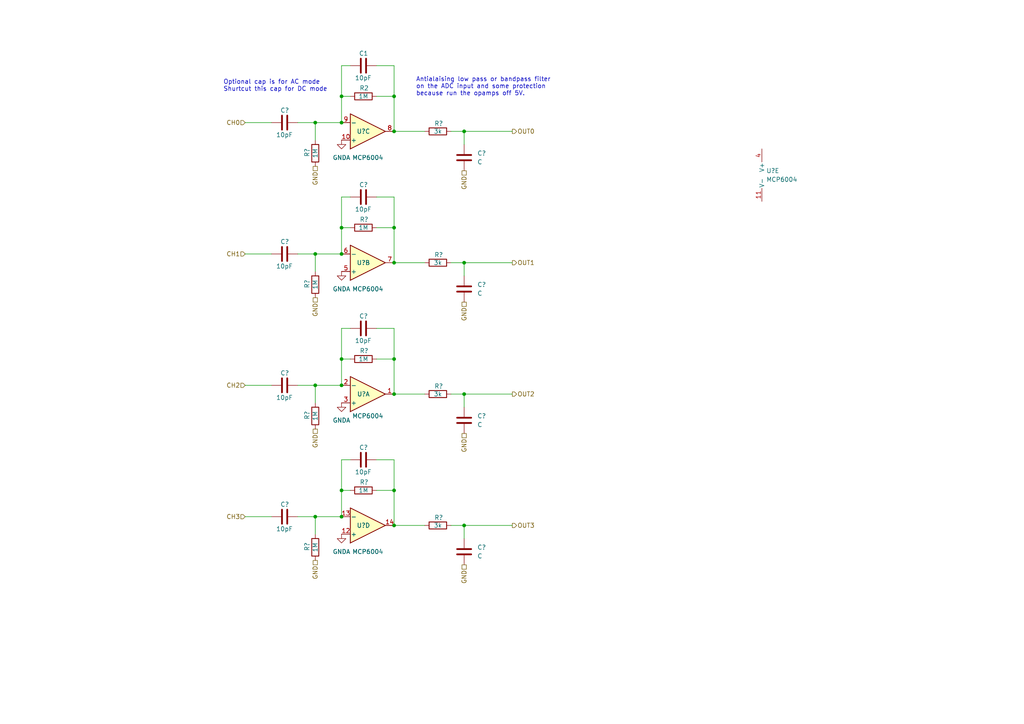
<source format=kicad_sch>
(kicad_sch (version 20211123) (generator eeschema)

  (uuid f3139bb3-a384-4a8a-a2d8-66b37728173d)

  (paper "A4")

  (lib_symbols
    (symbol "Amplifier_Operational:MCP6004" (pin_names (offset 0.127)) (in_bom yes) (on_board yes)
      (property "Reference" "U" (id 0) (at 0 5.08 0)
        (effects (font (size 1.27 1.27)) (justify left))
      )
      (property "Value" "MCP6004" (id 1) (at 0 -5.08 0)
        (effects (font (size 1.27 1.27)) (justify left))
      )
      (property "Footprint" "" (id 2) (at -1.27 2.54 0)
        (effects (font (size 1.27 1.27)) hide)
      )
      (property "Datasheet" "http://ww1.microchip.com/downloads/en/DeviceDoc/21733j.pdf" (id 3) (at 1.27 5.08 0)
        (effects (font (size 1.27 1.27)) hide)
      )
      (property "ki_locked" "" (id 4) (at 0 0 0)
        (effects (font (size 1.27 1.27)))
      )
      (property "ki_keywords" "quad opamp" (id 5) (at 0 0 0)
        (effects (font (size 1.27 1.27)) hide)
      )
      (property "ki_description" "1MHz, Low-Power Op Amp, DIP-14/SOIC-14/TSSOP-14" (id 6) (at 0 0 0)
        (effects (font (size 1.27 1.27)) hide)
      )
      (property "ki_fp_filters" "SOIC*3.9x8.7mm*P1.27mm* DIP*W7.62mm* TSSOP*4.4x5mm*P0.65mm* SSOP*5.3x6.2mm*P0.65mm* MSOP*3x3mm*P0.5mm*" (id 7) (at 0 0 0)
        (effects (font (size 1.27 1.27)) hide)
      )
      (symbol "MCP6004_1_1"
        (polyline
          (pts
            (xy -5.08 5.08)
            (xy 5.08 0)
            (xy -5.08 -5.08)
            (xy -5.08 5.08)
          )
          (stroke (width 0.254) (type default) (color 0 0 0 0))
          (fill (type background))
        )
        (pin output line (at 7.62 0 180) (length 2.54)
          (name "~" (effects (font (size 1.27 1.27))))
          (number "1" (effects (font (size 1.27 1.27))))
        )
        (pin input line (at -7.62 -2.54 0) (length 2.54)
          (name "-" (effects (font (size 1.27 1.27))))
          (number "2" (effects (font (size 1.27 1.27))))
        )
        (pin input line (at -7.62 2.54 0) (length 2.54)
          (name "+" (effects (font (size 1.27 1.27))))
          (number "3" (effects (font (size 1.27 1.27))))
        )
      )
      (symbol "MCP6004_2_1"
        (polyline
          (pts
            (xy -5.08 5.08)
            (xy 5.08 0)
            (xy -5.08 -5.08)
            (xy -5.08 5.08)
          )
          (stroke (width 0.254) (type default) (color 0 0 0 0))
          (fill (type background))
        )
        (pin input line (at -7.62 2.54 0) (length 2.54)
          (name "+" (effects (font (size 1.27 1.27))))
          (number "5" (effects (font (size 1.27 1.27))))
        )
        (pin input line (at -7.62 -2.54 0) (length 2.54)
          (name "-" (effects (font (size 1.27 1.27))))
          (number "6" (effects (font (size 1.27 1.27))))
        )
        (pin output line (at 7.62 0 180) (length 2.54)
          (name "~" (effects (font (size 1.27 1.27))))
          (number "7" (effects (font (size 1.27 1.27))))
        )
      )
      (symbol "MCP6004_3_1"
        (polyline
          (pts
            (xy -5.08 5.08)
            (xy 5.08 0)
            (xy -5.08 -5.08)
            (xy -5.08 5.08)
          )
          (stroke (width 0.254) (type default) (color 0 0 0 0))
          (fill (type background))
        )
        (pin input line (at -7.62 2.54 0) (length 2.54)
          (name "+" (effects (font (size 1.27 1.27))))
          (number "10" (effects (font (size 1.27 1.27))))
        )
        (pin output line (at 7.62 0 180) (length 2.54)
          (name "~" (effects (font (size 1.27 1.27))))
          (number "8" (effects (font (size 1.27 1.27))))
        )
        (pin input line (at -7.62 -2.54 0) (length 2.54)
          (name "-" (effects (font (size 1.27 1.27))))
          (number "9" (effects (font (size 1.27 1.27))))
        )
      )
      (symbol "MCP6004_4_1"
        (polyline
          (pts
            (xy -5.08 5.08)
            (xy 5.08 0)
            (xy -5.08 -5.08)
            (xy -5.08 5.08)
          )
          (stroke (width 0.254) (type default) (color 0 0 0 0))
          (fill (type background))
        )
        (pin input line (at -7.62 2.54 0) (length 2.54)
          (name "+" (effects (font (size 1.27 1.27))))
          (number "12" (effects (font (size 1.27 1.27))))
        )
        (pin input line (at -7.62 -2.54 0) (length 2.54)
          (name "-" (effects (font (size 1.27 1.27))))
          (number "13" (effects (font (size 1.27 1.27))))
        )
        (pin output line (at 7.62 0 180) (length 2.54)
          (name "~" (effects (font (size 1.27 1.27))))
          (number "14" (effects (font (size 1.27 1.27))))
        )
      )
      (symbol "MCP6004_5_1"
        (pin power_in line (at -2.54 -7.62 90) (length 3.81)
          (name "V-" (effects (font (size 1.27 1.27))))
          (number "11" (effects (font (size 1.27 1.27))))
        )
        (pin power_in line (at -2.54 7.62 270) (length 3.81)
          (name "V+" (effects (font (size 1.27 1.27))))
          (number "4" (effects (font (size 1.27 1.27))))
        )
      )
    )
    (symbol "Device:C" (pin_numbers hide) (pin_names (offset 0.254)) (in_bom yes) (on_board yes)
      (property "Reference" "C" (id 0) (at 0.635 2.54 0)
        (effects (font (size 1.27 1.27)) (justify left))
      )
      (property "Value" "C" (id 1) (at 0.635 -2.54 0)
        (effects (font (size 1.27 1.27)) (justify left))
      )
      (property "Footprint" "" (id 2) (at 0.9652 -3.81 0)
        (effects (font (size 1.27 1.27)) hide)
      )
      (property "Datasheet" "~" (id 3) (at 0 0 0)
        (effects (font (size 1.27 1.27)) hide)
      )
      (property "ki_keywords" "cap capacitor" (id 4) (at 0 0 0)
        (effects (font (size 1.27 1.27)) hide)
      )
      (property "ki_description" "Unpolarized capacitor" (id 5) (at 0 0 0)
        (effects (font (size 1.27 1.27)) hide)
      )
      (property "ki_fp_filters" "C_*" (id 6) (at 0 0 0)
        (effects (font (size 1.27 1.27)) hide)
      )
      (symbol "C_0_1"
        (polyline
          (pts
            (xy -2.032 -0.762)
            (xy 2.032 -0.762)
          )
          (stroke (width 0.508) (type default) (color 0 0 0 0))
          (fill (type none))
        )
        (polyline
          (pts
            (xy -2.032 0.762)
            (xy 2.032 0.762)
          )
          (stroke (width 0.508) (type default) (color 0 0 0 0))
          (fill (type none))
        )
      )
      (symbol "C_1_1"
        (pin passive line (at 0 3.81 270) (length 2.794)
          (name "~" (effects (font (size 1.27 1.27))))
          (number "1" (effects (font (size 1.27 1.27))))
        )
        (pin passive line (at 0 -3.81 90) (length 2.794)
          (name "~" (effects (font (size 1.27 1.27))))
          (number "2" (effects (font (size 1.27 1.27))))
        )
      )
    )
    (symbol "Device:R" (pin_numbers hide) (pin_names (offset 0)) (in_bom yes) (on_board yes)
      (property "Reference" "R" (id 0) (at 2.032 0 90)
        (effects (font (size 1.27 1.27)))
      )
      (property "Value" "R" (id 1) (at 0 0 90)
        (effects (font (size 1.27 1.27)))
      )
      (property "Footprint" "" (id 2) (at -1.778 0 90)
        (effects (font (size 1.27 1.27)) hide)
      )
      (property "Datasheet" "~" (id 3) (at 0 0 0)
        (effects (font (size 1.27 1.27)) hide)
      )
      (property "ki_keywords" "R res resistor" (id 4) (at 0 0 0)
        (effects (font (size 1.27 1.27)) hide)
      )
      (property "ki_description" "Resistor" (id 5) (at 0 0 0)
        (effects (font (size 1.27 1.27)) hide)
      )
      (property "ki_fp_filters" "R_*" (id 6) (at 0 0 0)
        (effects (font (size 1.27 1.27)) hide)
      )
      (symbol "R_0_1"
        (rectangle (start -1.016 -2.54) (end 1.016 2.54)
          (stroke (width 0.254) (type default) (color 0 0 0 0))
          (fill (type none))
        )
      )
      (symbol "R_1_1"
        (pin passive line (at 0 3.81 270) (length 1.27)
          (name "~" (effects (font (size 1.27 1.27))))
          (number "1" (effects (font (size 1.27 1.27))))
        )
        (pin passive line (at 0 -3.81 90) (length 1.27)
          (name "~" (effects (font (size 1.27 1.27))))
          (number "2" (effects (font (size 1.27 1.27))))
        )
      )
    )
    (symbol "power:GNDA" (power) (pin_names (offset 0)) (in_bom yes) (on_board yes)
      (property "Reference" "#PWR" (id 0) (at 0 -6.35 0)
        (effects (font (size 1.27 1.27)) hide)
      )
      (property "Value" "GNDA" (id 1) (at 0 -3.81 0)
        (effects (font (size 1.27 1.27)))
      )
      (property "Footprint" "" (id 2) (at 0 0 0)
        (effects (font (size 1.27 1.27)) hide)
      )
      (property "Datasheet" "" (id 3) (at 0 0 0)
        (effects (font (size 1.27 1.27)) hide)
      )
      (property "ki_keywords" "power-flag" (id 4) (at 0 0 0)
        (effects (font (size 1.27 1.27)) hide)
      )
      (property "ki_description" "Power symbol creates a global label with name \"GNDA\" , analog ground" (id 5) (at 0 0 0)
        (effects (font (size 1.27 1.27)) hide)
      )
      (symbol "GNDA_0_1"
        (polyline
          (pts
            (xy 0 0)
            (xy 0 -1.27)
            (xy 1.27 -1.27)
            (xy 0 -2.54)
            (xy -1.27 -1.27)
            (xy 0 -1.27)
          )
          (stroke (width 0) (type default) (color 0 0 0 0))
          (fill (type none))
        )
      )
      (symbol "GNDA_1_1"
        (pin power_in line (at 0 0 270) (length 0) hide
          (name "GNDA" (effects (font (size 1.27 1.27))))
          (number "1" (effects (font (size 1.27 1.27))))
        )
      )
    )
  )

  (junction (at 99.06 73.66) (diameter 0) (color 0 0 0 0)
    (uuid 16f5d7c1-1270-4893-a8c8-cf24c493004e)
  )
  (junction (at 91.44 73.66) (diameter 0) (color 0 0 0 0)
    (uuid 1aec009e-4c09-4bd8-bd9e-5754ec029059)
  )
  (junction (at 91.44 111.76) (diameter 0) (color 0 0 0 0)
    (uuid 2c39e7bc-b94f-4eda-b2f0-3cf27d3f5d6b)
  )
  (junction (at 114.3 76.2) (diameter 0) (color 0 0 0 0)
    (uuid 3013f825-b808-4aec-a58f-3ea881142a90)
  )
  (junction (at 134.62 38.1) (diameter 0) (color 0 0 0 0)
    (uuid 36ce4ffd-44e6-403f-b850-25c002dce5eb)
  )
  (junction (at 99.06 27.94) (diameter 0) (color 0 0 0 0)
    (uuid 3cd7d98c-ab32-42fd-9bfb-91a8497272ff)
  )
  (junction (at 134.62 114.3) (diameter 0) (color 0 0 0 0)
    (uuid 4348091e-bfdd-40bd-8621-869caa4f673b)
  )
  (junction (at 99.06 104.14) (diameter 0) (color 0 0 0 0)
    (uuid 5c7ad514-146e-40c6-806d-20c67f2eff53)
  )
  (junction (at 114.3 104.14) (diameter 0) (color 0 0 0 0)
    (uuid 5e33ec35-52e2-4c44-a5d2-2dce093a0d68)
  )
  (junction (at 114.3 142.24) (diameter 0) (color 0 0 0 0)
    (uuid 64b1dbf5-c509-44a0-b7fc-d98e073ba836)
  )
  (junction (at 99.06 149.86) (diameter 0) (color 0 0 0 0)
    (uuid 9437db2d-e0b9-4549-948a-dc38de7266d6)
  )
  (junction (at 114.3 66.04) (diameter 0) (color 0 0 0 0)
    (uuid a462fd4f-2aba-4cb2-91dc-d9db9149701f)
  )
  (junction (at 99.06 66.04) (diameter 0) (color 0 0 0 0)
    (uuid abc8a80a-559d-4ba3-b8d5-fc6208fb97a1)
  )
  (junction (at 91.44 35.56) (diameter 0) (color 0 0 0 0)
    (uuid b251c278-0a98-4328-88a3-ea55fd6ddaf7)
  )
  (junction (at 134.62 152.4) (diameter 0) (color 0 0 0 0)
    (uuid b4b24d5c-6d4a-41b7-8768-eaff54743f9d)
  )
  (junction (at 91.44 149.86) (diameter 0) (color 0 0 0 0)
    (uuid cd1320b3-f6df-429b-9276-ef24e71c5c2f)
  )
  (junction (at 99.06 111.76) (diameter 0) (color 0 0 0 0)
    (uuid e3f3c2c1-a8b9-4bb8-b4a2-a3deee71abde)
  )
  (junction (at 114.3 38.1) (diameter 0) (color 0 0 0 0)
    (uuid e7a8827d-1ef0-460c-b4d8-7d5d05df2327)
  )
  (junction (at 99.06 142.24) (diameter 0) (color 0 0 0 0)
    (uuid eaa65441-8c56-4a00-88a1-977c9212afdf)
  )
  (junction (at 114.3 114.3) (diameter 0) (color 0 0 0 0)
    (uuid eebcb4e0-407a-4395-ae5d-9fc2c0f9ec7a)
  )
  (junction (at 114.3 27.94) (diameter 0) (color 0 0 0 0)
    (uuid f36cf903-205c-4bbf-bd43-b43e133d489f)
  )
  (junction (at 134.62 76.2) (diameter 0) (color 0 0 0 0)
    (uuid f5e76b5d-d79c-417b-b320-62410ec3e56d)
  )
  (junction (at 99.06 35.56) (diameter 0) (color 0 0 0 0)
    (uuid f8315f09-a223-4010-9c0d-5a0a41bddd3d)
  )
  (junction (at 114.3 152.4) (diameter 0) (color 0 0 0 0)
    (uuid fd5da612-51fb-495c-931f-479ab51b430d)
  )

  (wire (pts (xy 114.3 95.25) (xy 114.3 104.14))
    (stroke (width 0) (type default) (color 0 0 0 0))
    (uuid 084c3ef1-e41d-4546-95bf-1c54c2a4c224)
  )
  (wire (pts (xy 99.06 95.25) (xy 99.06 104.14))
    (stroke (width 0) (type default) (color 0 0 0 0))
    (uuid 08f0748a-d346-4a33-b1eb-5c1c92ac4f05)
  )
  (wire (pts (xy 91.44 35.56) (xy 91.44 40.64))
    (stroke (width 0) (type default) (color 0 0 0 0))
    (uuid 0ae4a38e-7cb9-4212-8c82-fad3eda3e65c)
  )
  (wire (pts (xy 86.36 111.76) (xy 91.44 111.76))
    (stroke (width 0) (type default) (color 0 0 0 0))
    (uuid 0afcc8cc-9597-4653-9c31-be4433252d9c)
  )
  (wire (pts (xy 134.62 76.2) (xy 134.62 80.01))
    (stroke (width 0) (type default) (color 0 0 0 0))
    (uuid 128d734d-9d95-4d11-899f-0542bca95d9d)
  )
  (wire (pts (xy 91.44 111.76) (xy 99.06 111.76))
    (stroke (width 0) (type default) (color 0 0 0 0))
    (uuid 1fc3ec16-4f08-468e-9efc-5319a88ca1cd)
  )
  (wire (pts (xy 114.3 66.04) (xy 114.3 76.2))
    (stroke (width 0) (type default) (color 0 0 0 0))
    (uuid 2941c8cb-c9f1-4526-a627-f59289a76771)
  )
  (wire (pts (xy 134.62 114.3) (xy 134.62 118.11))
    (stroke (width 0) (type default) (color 0 0 0 0))
    (uuid 2a28a8c0-be0a-4ed8-a7f2-3a1bd1c99dcc)
  )
  (wire (pts (xy 134.62 152.4) (xy 148.59 152.4))
    (stroke (width 0) (type default) (color 0 0 0 0))
    (uuid 2c9a5bb6-92c4-4850-b920-30fc71971b63)
  )
  (wire (pts (xy 99.06 66.04) (xy 99.06 73.66))
    (stroke (width 0) (type default) (color 0 0 0 0))
    (uuid 2cd75ea9-0cd5-494a-a1e9-4a6b5e8a72df)
  )
  (wire (pts (xy 91.44 149.86) (xy 99.06 149.86))
    (stroke (width 0) (type default) (color 0 0 0 0))
    (uuid 2dd74e19-6b77-41cc-9576-c2f920edb305)
  )
  (wire (pts (xy 109.22 104.14) (xy 114.3 104.14))
    (stroke (width 0) (type default) (color 0 0 0 0))
    (uuid 321cd948-5ded-4237-adbe-327d3f9d37b6)
  )
  (wire (pts (xy 114.3 19.05) (xy 114.3 27.94))
    (stroke (width 0) (type default) (color 0 0 0 0))
    (uuid 334fc1db-4771-4fe8-a5b0-68adc2ed819d)
  )
  (wire (pts (xy 99.06 66.04) (xy 101.6 66.04))
    (stroke (width 0) (type default) (color 0 0 0 0))
    (uuid 34540a6a-b735-4bfb-b6d2-2f933573c57e)
  )
  (wire (pts (xy 134.62 38.1) (xy 148.59 38.1))
    (stroke (width 0) (type default) (color 0 0 0 0))
    (uuid 37c2d3ed-66db-4e89-becd-1429a7551b84)
  )
  (wire (pts (xy 109.22 66.04) (xy 114.3 66.04))
    (stroke (width 0) (type default) (color 0 0 0 0))
    (uuid 3875de86-fb9f-403d-a510-fdbfda07a6e5)
  )
  (wire (pts (xy 134.62 152.4) (xy 134.62 156.21))
    (stroke (width 0) (type default) (color 0 0 0 0))
    (uuid 3e35a62e-83f0-4918-a42d-81dfb9602ce4)
  )
  (wire (pts (xy 114.3 104.14) (xy 114.3 114.3))
    (stroke (width 0) (type default) (color 0 0 0 0))
    (uuid 3e9f9d5a-b274-44fe-8269-93cf2e89dacd)
  )
  (wire (pts (xy 99.06 104.14) (xy 99.06 111.76))
    (stroke (width 0) (type default) (color 0 0 0 0))
    (uuid 4388514a-1a66-42f1-8618-ee293c36b90d)
  )
  (wire (pts (xy 101.6 19.05) (xy 99.06 19.05))
    (stroke (width 0) (type default) (color 0 0 0 0))
    (uuid 46df966b-b6d3-4dbc-b015-5641b3a5eed5)
  )
  (wire (pts (xy 86.36 35.56) (xy 91.44 35.56))
    (stroke (width 0) (type default) (color 0 0 0 0))
    (uuid 476004f4-b7bd-422f-b325-c0cf6a6c4589)
  )
  (wire (pts (xy 130.81 38.1) (xy 134.62 38.1))
    (stroke (width 0) (type default) (color 0 0 0 0))
    (uuid 503ddcde-e084-4e68-ac05-a9a3a66f3b8d)
  )
  (wire (pts (xy 99.06 142.24) (xy 99.06 149.86))
    (stroke (width 0) (type default) (color 0 0 0 0))
    (uuid 58668f3d-864c-4236-a6b9-d32e6910ba5a)
  )
  (wire (pts (xy 109.22 142.24) (xy 114.3 142.24))
    (stroke (width 0) (type default) (color 0 0 0 0))
    (uuid 5da86f26-d8d0-4788-b7c6-4ce8aadaa45e)
  )
  (wire (pts (xy 71.12 149.86) (xy 78.74 149.86))
    (stroke (width 0) (type default) (color 0 0 0 0))
    (uuid 6394db13-af75-40bb-bc17-594749c1d2f7)
  )
  (wire (pts (xy 86.36 73.66) (xy 91.44 73.66))
    (stroke (width 0) (type default) (color 0 0 0 0))
    (uuid 67efc154-3404-4257-8fea-3999c2f92e46)
  )
  (wire (pts (xy 109.22 27.94) (xy 114.3 27.94))
    (stroke (width 0) (type default) (color 0 0 0 0))
    (uuid 73ba5a7b-dc4f-4dbd-b428-de4fd2571aa0)
  )
  (wire (pts (xy 134.62 76.2) (xy 148.59 76.2))
    (stroke (width 0) (type default) (color 0 0 0 0))
    (uuid 78a2e868-e4f9-4eca-be65-26190f9003e6)
  )
  (wire (pts (xy 101.6 95.25) (xy 99.06 95.25))
    (stroke (width 0) (type default) (color 0 0 0 0))
    (uuid 7bd9887b-893b-4fd7-a04b-3dff4d9a561a)
  )
  (wire (pts (xy 99.06 133.35) (xy 99.06 142.24))
    (stroke (width 0) (type default) (color 0 0 0 0))
    (uuid 7d3d6438-fd10-4bc2-8d8b-c8e1211f74c9)
  )
  (wire (pts (xy 71.12 73.66) (xy 78.74 73.66))
    (stroke (width 0) (type default) (color 0 0 0 0))
    (uuid 81730648-dccf-4951-a5f2-5dfa414e78e8)
  )
  (wire (pts (xy 99.06 142.24) (xy 101.6 142.24))
    (stroke (width 0) (type default) (color 0 0 0 0))
    (uuid 886ddf63-07ce-43cd-8db4-63d5432b55c7)
  )
  (wire (pts (xy 71.12 35.56) (xy 78.74 35.56))
    (stroke (width 0) (type default) (color 0 0 0 0))
    (uuid 8939bcf6-04c7-4823-997b-04336ec14f7d)
  )
  (wire (pts (xy 134.62 114.3) (xy 148.59 114.3))
    (stroke (width 0) (type default) (color 0 0 0 0))
    (uuid 894c7a0d-0378-418f-b9aa-e7845a743439)
  )
  (wire (pts (xy 114.3 57.15) (xy 114.3 66.04))
    (stroke (width 0) (type default) (color 0 0 0 0))
    (uuid 8ae223c0-b80a-4114-895e-ed0e15401fb0)
  )
  (wire (pts (xy 134.62 38.1) (xy 134.62 41.91))
    (stroke (width 0) (type default) (color 0 0 0 0))
    (uuid 8df3e353-126b-464d-96f1-4a03a3238bf1)
  )
  (wire (pts (xy 123.19 38.1) (xy 114.3 38.1))
    (stroke (width 0) (type default) (color 0 0 0 0))
    (uuid 920c2967-b2e1-4e39-9cc9-998377f85f07)
  )
  (wire (pts (xy 114.3 142.24) (xy 114.3 152.4))
    (stroke (width 0) (type default) (color 0 0 0 0))
    (uuid 924a7d7f-89e6-48e1-b105-d4fcffb494f3)
  )
  (wire (pts (xy 130.81 114.3) (xy 134.62 114.3))
    (stroke (width 0) (type default) (color 0 0 0 0))
    (uuid 954f7c2d-075e-494d-8d76-9b6024b7b9ac)
  )
  (wire (pts (xy 114.3 19.05) (xy 109.22 19.05))
    (stroke (width 0) (type default) (color 0 0 0 0))
    (uuid 9744c75a-0682-4ad0-a358-a179b3201c01)
  )
  (wire (pts (xy 130.81 76.2) (xy 134.62 76.2))
    (stroke (width 0) (type default) (color 0 0 0 0))
    (uuid 9fcec593-a39e-4f21-924f-dda912d3a32c)
  )
  (wire (pts (xy 101.6 57.15) (xy 99.06 57.15))
    (stroke (width 0) (type default) (color 0 0 0 0))
    (uuid a807702c-718e-4f66-a8b5-a2e8ddb0971f)
  )
  (wire (pts (xy 123.19 114.3) (xy 114.3 114.3))
    (stroke (width 0) (type default) (color 0 0 0 0))
    (uuid ab8a0e84-a201-4310-90b9-16f7aff69fd4)
  )
  (wire (pts (xy 71.12 111.76) (xy 78.74 111.76))
    (stroke (width 0) (type default) (color 0 0 0 0))
    (uuid ad81f778-d2e1-4bd7-897f-2ebe55ec1962)
  )
  (wire (pts (xy 99.06 57.15) (xy 99.06 66.04))
    (stroke (width 0) (type default) (color 0 0 0 0))
    (uuid b02a3902-43c9-4be3-9f7b-7f1de95e95cd)
  )
  (wire (pts (xy 99.06 27.94) (xy 99.06 35.56))
    (stroke (width 0) (type default) (color 0 0 0 0))
    (uuid b0e8de7e-7d86-42ea-89e8-e822a690d6d7)
  )
  (wire (pts (xy 91.44 73.66) (xy 99.06 73.66))
    (stroke (width 0) (type default) (color 0 0 0 0))
    (uuid b1bb30d4-c851-4742-8035-8a4877a08f54)
  )
  (wire (pts (xy 99.06 27.94) (xy 101.6 27.94))
    (stroke (width 0) (type default) (color 0 0 0 0))
    (uuid b1c3e8b3-db00-46d4-9b11-b42c1ef25200)
  )
  (wire (pts (xy 99.06 104.14) (xy 101.6 104.14))
    (stroke (width 0) (type default) (color 0 0 0 0))
    (uuid b8953180-875e-406a-b5f9-5a8f0ee59375)
  )
  (wire (pts (xy 86.36 149.86) (xy 91.44 149.86))
    (stroke (width 0) (type default) (color 0 0 0 0))
    (uuid bda3e694-3dfa-4747-b93b-e3e8830775fc)
  )
  (wire (pts (xy 114.3 133.35) (xy 109.22 133.35))
    (stroke (width 0) (type default) (color 0 0 0 0))
    (uuid bf1cb08a-8aad-4759-bc82-3b045f84f61f)
  )
  (wire (pts (xy 130.81 152.4) (xy 134.62 152.4))
    (stroke (width 0) (type default) (color 0 0 0 0))
    (uuid d9982bad-5995-4dc2-a9a1-86b0e2cc5f70)
  )
  (wire (pts (xy 114.3 133.35) (xy 114.3 142.24))
    (stroke (width 0) (type default) (color 0 0 0 0))
    (uuid dab66363-8126-4a4c-abe3-49e02790a171)
  )
  (wire (pts (xy 91.44 35.56) (xy 99.06 35.56))
    (stroke (width 0) (type default) (color 0 0 0 0))
    (uuid db491c12-bf55-4a98-aebf-f5930ec97958)
  )
  (wire (pts (xy 114.3 27.94) (xy 114.3 38.1))
    (stroke (width 0) (type default) (color 0 0 0 0))
    (uuid dde77578-83ed-40e2-ad82-b1f3eac15cd0)
  )
  (wire (pts (xy 123.19 152.4) (xy 114.3 152.4))
    (stroke (width 0) (type default) (color 0 0 0 0))
    (uuid e1c75408-281d-4ed6-a0b4-c34e6e34a1f8)
  )
  (wire (pts (xy 101.6 133.35) (xy 99.06 133.35))
    (stroke (width 0) (type default) (color 0 0 0 0))
    (uuid e26bb6e9-522c-4149-b1a6-1f74ea342d6c)
  )
  (wire (pts (xy 123.19 76.2) (xy 114.3 76.2))
    (stroke (width 0) (type default) (color 0 0 0 0))
    (uuid e45f3333-a6c1-4b03-86b5-43e40712a429)
  )
  (wire (pts (xy 91.44 149.86) (xy 91.44 154.94))
    (stroke (width 0) (type default) (color 0 0 0 0))
    (uuid e4aa7dd9-ff8a-421d-810e-95d554c1f24e)
  )
  (wire (pts (xy 114.3 57.15) (xy 109.22 57.15))
    (stroke (width 0) (type default) (color 0 0 0 0))
    (uuid f3b58795-e463-4de2-ac23-9f750063e15d)
  )
  (wire (pts (xy 99.06 19.05) (xy 99.06 27.94))
    (stroke (width 0) (type default) (color 0 0 0 0))
    (uuid f6301f54-75ef-46cb-bef9-f2e9c973dfdd)
  )
  (wire (pts (xy 91.44 73.66) (xy 91.44 78.74))
    (stroke (width 0) (type default) (color 0 0 0 0))
    (uuid f699078c-d6b4-43a4-a2f7-eecab3c26ca5)
  )
  (wire (pts (xy 114.3 95.25) (xy 109.22 95.25))
    (stroke (width 0) (type default) (color 0 0 0 0))
    (uuid f9a24920-85c0-42ed-93f8-901eaa99f68d)
  )
  (wire (pts (xy 91.44 111.76) (xy 91.44 116.84))
    (stroke (width 0) (type default) (color 0 0 0 0))
    (uuid ffbcf5c6-6d64-427a-8c6a-689130ed73ff)
  )

  (text "Optional cap is for AC mode\nShurtcut this cap for DC mode"
    (at 64.77 26.67 0)
    (effects (font (size 1.27 1.27)) (justify left bottom))
    (uuid a279b058-ca31-4df0-a06e-5b3ee6a91f94)
  )
  (text "Antialaising low pass or bandpass filter \non the ADC input and some protection \nbecause run the opamps off 5V.  "
    (at 120.65 27.94 0)
    (effects (font (size 1.27 1.27)) (justify left bottom))
    (uuid d8409c59-78e9-422c-8c08-92a65da5a3ed)
  )

  (hierarchical_label "GND" (shape passive) (at 91.44 86.36 270)
    (effects (font (size 1.27 1.27)) (justify right))
    (uuid 0de43ce8-ac8c-4916-ba3d-6d1ed0fe3f8d)
  )
  (hierarchical_label "CH3" (shape input) (at 71.12 149.86 180)
    (effects (font (size 1.27 1.27)) (justify right))
    (uuid 140eccbe-f877-428b-ad0a-e8d9508eb0e1)
  )
  (hierarchical_label "GND" (shape passive) (at 134.62 49.53 270)
    (effects (font (size 1.27 1.27)) (justify right))
    (uuid 15d1794f-8724-4fac-84fb-ac1b89bdcfee)
  )
  (hierarchical_label "GND" (shape passive) (at 91.44 124.46 270)
    (effects (font (size 1.27 1.27)) (justify right))
    (uuid 1b199576-3f2c-4e88-8f78-33cac1a2b47e)
  )
  (hierarchical_label "CH2" (shape input) (at 71.12 111.76 180)
    (effects (font (size 1.27 1.27)) (justify right))
    (uuid 2fa25871-4789-45f2-800a-b23cbb73b20f)
  )
  (hierarchical_label "GND" (shape passive) (at 91.44 48.26 270)
    (effects (font (size 1.27 1.27)) (justify right))
    (uuid 3441b35a-16c6-42ce-b75b-6d7cceee8edb)
  )
  (hierarchical_label "GND" (shape passive) (at 134.62 87.63 270)
    (effects (font (size 1.27 1.27)) (justify right))
    (uuid 3dcfa5de-64a9-4753-a00a-698ab2887bc5)
  )
  (hierarchical_label "GND" (shape passive) (at 134.62 125.73 270)
    (effects (font (size 1.27 1.27)) (justify right))
    (uuid 3ffe073f-f769-4e1d-bb7a-5e027a15e7fd)
  )
  (hierarchical_label "CH1" (shape input) (at 71.12 73.66 180)
    (effects (font (size 1.27 1.27)) (justify right))
    (uuid 7111b255-438c-419d-a988-b39cce72b4e3)
  )
  (hierarchical_label "OUT2" (shape output) (at 148.59 114.3 0)
    (effects (font (size 1.27 1.27)) (justify left))
    (uuid 75b26765-ca1c-4321-bcab-2e84ee565ebb)
  )
  (hierarchical_label "OUT3" (shape output) (at 148.59 152.4 0)
    (effects (font (size 1.27 1.27)) (justify left))
    (uuid 83047314-6493-4ebe-abb0-1cdbd7f29a5b)
  )
  (hierarchical_label "GND" (shape passive) (at 134.62 163.83 270)
    (effects (font (size 1.27 1.27)) (justify right))
    (uuid 9df37604-99ff-4726-9141-d6be9e72906c)
  )
  (hierarchical_label "OUT1" (shape output) (at 148.59 76.2 0)
    (effects (font (size 1.27 1.27)) (justify left))
    (uuid d1761cef-d7cb-4a42-9a12-47b4db12f002)
  )
  (hierarchical_label "CH0" (shape input) (at 71.12 35.56 180)
    (effects (font (size 1.27 1.27)) (justify right))
    (uuid d72946c5-bb62-4769-acb3-9edd864a05f9)
  )
  (hierarchical_label "GND" (shape passive) (at 91.44 162.56 270)
    (effects (font (size 1.27 1.27)) (justify right))
    (uuid e4ce949c-acd3-41c0-b700-2011847f6535)
  )
  (hierarchical_label "OUT0" (shape output) (at 148.59 38.1 0)
    (effects (font (size 1.27 1.27)) (justify left))
    (uuid fd5b9a31-3787-4544-b4be-942343e6801d)
  )

  (symbol (lib_id "Device:R") (at 127 76.2 270) (unit 1)
    (in_bom yes) (on_board yes)
    (uuid 117d2ead-cdf2-43f9-b0d3-d1667f463bcc)
    (property "Reference" "R?" (id 0) (at 127.254 73.914 90))
    (property "Value" "3k" (id 1) (at 127 76.2 90))
    (property "Footprint" "" (id 2) (at 127 74.422 90)
      (effects (font (size 1.27 1.27)) hide)
    )
    (property "Datasheet" "~" (id 3) (at 127 76.2 0)
      (effects (font (size 1.27 1.27)) hide)
    )
    (pin "1" (uuid 193f28b6-06a9-4c34-b495-9761606965fe))
    (pin "2" (uuid 4d9e7aed-2925-4c0b-89b2-a33c90a4aace))
  )

  (symbol (lib_id "Device:R") (at 91.44 120.65 180) (unit 1)
    (in_bom yes) (on_board yes)
    (uuid 11f69386-f2fb-4aa3-8791-d90ecd337bb8)
    (property "Reference" "R?" (id 0) (at 89.0524 120.4468 90))
    (property "Value" "1M" (id 1) (at 91.44 120.65 90))
    (property "Footprint" "" (id 2) (at 93.218 120.65 90)
      (effects (font (size 1.27 1.27)) hide)
    )
    (property "Datasheet" "~" (id 3) (at 91.44 120.65 0)
      (effects (font (size 1.27 1.27)) hide)
    )
    (pin "1" (uuid b23cf80f-7366-4038-a262-4a54717a5415))
    (pin "2" (uuid e443f0a8-223a-4934-80c3-9665b38118e3))
  )

  (symbol (lib_id "Device:C") (at 82.55 73.66 90) (unit 1)
    (in_bom yes) (on_board yes)
    (uuid 13cd5b01-2fef-4e97-ae28-e70d6d0b6732)
    (property "Reference" "C?" (id 0) (at 82.6008 70.104 90))
    (property "Value" "10pF" (id 1) (at 82.4992 77.216 90))
    (property "Footprint" "" (id 2) (at 86.36 72.6948 0)
      (effects (font (size 1.27 1.27)) hide)
    )
    (property "Datasheet" "~" (id 3) (at 82.55 73.66 0)
      (effects (font (size 1.27 1.27)) hide)
    )
    (pin "1" (uuid 00eb93e6-ea3e-42ec-af1f-ba048551fa57))
    (pin "2" (uuid a255849f-8800-49ee-9c9d-c02c38314c7b))
  )

  (symbol (lib_id "Device:C") (at 82.55 111.76 90) (unit 1)
    (in_bom yes) (on_board yes)
    (uuid 1a3f3bac-078b-4edf-a29a-65fafcc7c019)
    (property "Reference" "C?" (id 0) (at 82.6008 108.204 90))
    (property "Value" "10pF" (id 1) (at 82.4992 115.316 90))
    (property "Footprint" "" (id 2) (at 86.36 110.7948 0)
      (effects (font (size 1.27 1.27)) hide)
    )
    (property "Datasheet" "~" (id 3) (at 82.55 111.76 0)
      (effects (font (size 1.27 1.27)) hide)
    )
    (pin "1" (uuid 0351ffc2-a2b4-4225-97e1-e7a6cbf05bfc))
    (pin "2" (uuid 1ea0a777-76a3-489e-81b5-bb9426cc9614))
  )

  (symbol (lib_id "Device:R") (at 91.44 44.45 180) (unit 1)
    (in_bom yes) (on_board yes)
    (uuid 1c37d510-6e90-4764-afae-b68606f1d2b4)
    (property "Reference" "R?" (id 0) (at 89.0524 44.2468 90))
    (property "Value" "1M" (id 1) (at 91.44 44.45 90))
    (property "Footprint" "" (id 2) (at 93.218 44.45 90)
      (effects (font (size 1.27 1.27)) hide)
    )
    (property "Datasheet" "~" (id 3) (at 91.44 44.45 0)
      (effects (font (size 1.27 1.27)) hide)
    )
    (pin "1" (uuid b75431ee-792c-42c3-a747-ced6dd86c8fc))
    (pin "2" (uuid dbfabf46-2e65-4e8c-b4d9-8e35f2512b22))
  )

  (symbol (lib_id "Device:C") (at 134.62 160.02 0) (unit 1)
    (in_bom yes) (on_board yes) (fields_autoplaced)
    (uuid 207f661f-d73e-47fc-ab01-214b3f2999fb)
    (property "Reference" "C?" (id 0) (at 138.43 158.7499 0)
      (effects (font (size 1.27 1.27)) (justify left))
    )
    (property "Value" "C" (id 1) (at 138.43 161.2899 0)
      (effects (font (size 1.27 1.27)) (justify left))
    )
    (property "Footprint" "" (id 2) (at 135.5852 163.83 0)
      (effects (font (size 1.27 1.27)) hide)
    )
    (property "Datasheet" "~" (id 3) (at 134.62 160.02 0)
      (effects (font (size 1.27 1.27)) hide)
    )
    (pin "1" (uuid 328ab1ac-2128-4c1f-82e2-92cfe82dcff5))
    (pin "2" (uuid a402eb0e-6863-480c-9ba8-e0ef63865911))
  )

  (symbol (lib_id "Device:C") (at 134.62 83.82 0) (unit 1)
    (in_bom yes) (on_board yes) (fields_autoplaced)
    (uuid 21a5e60c-8406-4450-ab4e-6a625c015526)
    (property "Reference" "C?" (id 0) (at 138.43 82.5499 0)
      (effects (font (size 1.27 1.27)) (justify left))
    )
    (property "Value" "C" (id 1) (at 138.43 85.0899 0)
      (effects (font (size 1.27 1.27)) (justify left))
    )
    (property "Footprint" "" (id 2) (at 135.5852 87.63 0)
      (effects (font (size 1.27 1.27)) hide)
    )
    (property "Datasheet" "~" (id 3) (at 134.62 83.82 0)
      (effects (font (size 1.27 1.27)) hide)
    )
    (pin "1" (uuid 4ad82574-2113-49f6-8368-1d8f09d6c067))
    (pin "2" (uuid 66aa50a8-b83a-4775-a911-e8c02871051f))
  )

  (symbol (lib_id "Device:C") (at 134.62 45.72 0) (unit 1)
    (in_bom yes) (on_board yes) (fields_autoplaced)
    (uuid 2dcc370e-30a3-41cc-b9c0-df3ec1c05a0f)
    (property "Reference" "C?" (id 0) (at 138.43 44.4499 0)
      (effects (font (size 1.27 1.27)) (justify left))
    )
    (property "Value" "C" (id 1) (at 138.43 46.9899 0)
      (effects (font (size 1.27 1.27)) (justify left))
    )
    (property "Footprint" "" (id 2) (at 135.5852 49.53 0)
      (effects (font (size 1.27 1.27)) hide)
    )
    (property "Datasheet" "~" (id 3) (at 134.62 45.72 0)
      (effects (font (size 1.27 1.27)) hide)
    )
    (pin "1" (uuid 2ef35f48-4fc9-4ae2-b410-3317eb45a20e))
    (pin "2" (uuid 34cdff36-bcbd-4959-95fb-3149ddc51157))
  )

  (symbol (lib_id "Device:C") (at 82.55 149.86 90) (unit 1)
    (in_bom yes) (on_board yes)
    (uuid 2ec77bab-2ef4-458e-8010-aabad1c15cd7)
    (property "Reference" "C?" (id 0) (at 82.6008 146.304 90))
    (property "Value" "10pF" (id 1) (at 82.4992 153.416 90))
    (property "Footprint" "" (id 2) (at 86.36 148.8948 0)
      (effects (font (size 1.27 1.27)) hide)
    )
    (property "Datasheet" "~" (id 3) (at 82.55 149.86 0)
      (effects (font (size 1.27 1.27)) hide)
    )
    (pin "1" (uuid 0d78033c-35c2-44df-8750-f602af87e916))
    (pin "2" (uuid adfca178-41bc-4631-826a-9a1346056b5f))
  )

  (symbol (lib_id "Device:R") (at 105.41 66.04 90) (unit 1)
    (in_bom yes) (on_board yes)
    (uuid 352e26d3-02a7-4d66-9146-c54dea466cac)
    (property "Reference" "R?" (id 0) (at 105.6132 63.6524 90))
    (property "Value" "1M" (id 1) (at 105.41 66.04 90))
    (property "Footprint" "" (id 2) (at 105.41 67.818 90)
      (effects (font (size 1.27 1.27)) hide)
    )
    (property "Datasheet" "~" (id 3) (at 105.41 66.04 0)
      (effects (font (size 1.27 1.27)) hide)
    )
    (pin "1" (uuid 043f71b7-0c31-42cb-98e1-71db1a0e588c))
    (pin "2" (uuid 1bfe6d11-e496-4eee-aba9-9a140ad39653))
  )

  (symbol (lib_id "Device:C") (at 105.41 19.05 90) (unit 1)
    (in_bom yes) (on_board yes)
    (uuid 36f20f2b-df3d-4bc7-a369-fb3ef715bff8)
    (property "Reference" "C1" (id 0) (at 105.4608 15.494 90))
    (property "Value" "10pF" (id 1) (at 105.3592 22.606 90))
    (property "Footprint" "" (id 2) (at 109.22 18.0848 0)
      (effects (font (size 1.27 1.27)) hide)
    )
    (property "Datasheet" "~" (id 3) (at 105.41 19.05 0)
      (effects (font (size 1.27 1.27)) hide)
    )
    (pin "1" (uuid 4723d0ae-4b1b-4e98-9c06-2cf2f243b33c))
    (pin "2" (uuid 94590c1b-7255-4f90-a4d6-aeab077c41cc))
  )

  (symbol (lib_id "Device:R") (at 105.41 142.24 90) (unit 1)
    (in_bom yes) (on_board yes)
    (uuid 5536cb17-947d-473d-bb16-1b266ce091d8)
    (property "Reference" "R?" (id 0) (at 105.6132 139.8524 90))
    (property "Value" "1M" (id 1) (at 105.41 142.24 90))
    (property "Footprint" "" (id 2) (at 105.41 144.018 90)
      (effects (font (size 1.27 1.27)) hide)
    )
    (property "Datasheet" "~" (id 3) (at 105.41 142.24 0)
      (effects (font (size 1.27 1.27)) hide)
    )
    (pin "1" (uuid 5f931a94-f55d-4b4f-a240-0cf2bba4c0a3))
    (pin "2" (uuid 903495d4-573a-4a9e-ab87-da16f5bedfd1))
  )

  (symbol (lib_id "power:GNDA") (at 99.06 154.94 0) (unit 1)
    (in_bom yes) (on_board yes) (fields_autoplaced)
    (uuid 6e013f0b-5d28-4d2f-9692-bfdc399d76f0)
    (property "Reference" "#PWR?" (id 0) (at 99.06 161.29 0)
      (effects (font (size 1.27 1.27)) hide)
    )
    (property "Value" "GNDA" (id 1) (at 99.06 160.02 0))
    (property "Footprint" "" (id 2) (at 99.06 154.94 0)
      (effects (font (size 1.27 1.27)) hide)
    )
    (property "Datasheet" "" (id 3) (at 99.06 154.94 0)
      (effects (font (size 1.27 1.27)) hide)
    )
    (pin "1" (uuid d829c711-df8f-41c4-9f35-65ea897ebf3d))
  )

  (symbol (lib_id "power:GNDA") (at 99.06 116.84 0) (unit 1)
    (in_bom yes) (on_board yes) (fields_autoplaced)
    (uuid 6e2504fe-067b-4211-85c5-c66736eb4510)
    (property "Reference" "#PWR?" (id 0) (at 99.06 123.19 0)
      (effects (font (size 1.27 1.27)) hide)
    )
    (property "Value" "GNDA" (id 1) (at 99.06 121.92 0))
    (property "Footprint" "" (id 2) (at 99.06 116.84 0)
      (effects (font (size 1.27 1.27)) hide)
    )
    (property "Datasheet" "" (id 3) (at 99.06 116.84 0)
      (effects (font (size 1.27 1.27)) hide)
    )
    (pin "1" (uuid e22d8112-a3e9-4067-bca4-10d8bec9ecc1))
  )

  (symbol (lib_id "Device:R") (at 91.44 158.75 180) (unit 1)
    (in_bom yes) (on_board yes)
    (uuid 7479990d-c0e4-4f93-9007-988af156a92b)
    (property "Reference" "R?" (id 0) (at 89.0524 158.5468 90))
    (property "Value" "1M" (id 1) (at 91.44 158.75 90))
    (property "Footprint" "" (id 2) (at 93.218 158.75 90)
      (effects (font (size 1.27 1.27)) hide)
    )
    (property "Datasheet" "~" (id 3) (at 91.44 158.75 0)
      (effects (font (size 1.27 1.27)) hide)
    )
    (pin "1" (uuid d51236f4-8a49-4814-b709-f66db0c3764e))
    (pin "2" (uuid 51ae243b-3e29-42b3-9b3e-d3ee17344851))
  )

  (symbol (lib_id "Device:R") (at 127 114.3 270) (unit 1)
    (in_bom yes) (on_board yes)
    (uuid 89f13ea3-6d52-4bec-b5b8-a7c692bdb93c)
    (property "Reference" "R?" (id 0) (at 127.254 112.014 90))
    (property "Value" "3k" (id 1) (at 127 114.3 90))
    (property "Footprint" "" (id 2) (at 127 112.522 90)
      (effects (font (size 1.27 1.27)) hide)
    )
    (property "Datasheet" "~" (id 3) (at 127 114.3 0)
      (effects (font (size 1.27 1.27)) hide)
    )
    (pin "1" (uuid 9f3269af-0052-425d-a694-f9787e28d212))
    (pin "2" (uuid 87bcaded-1c0d-47e3-b2c8-39cc24778a47))
  )

  (symbol (lib_id "Device:R") (at 105.41 27.94 90) (unit 1)
    (in_bom yes) (on_board yes)
    (uuid 9ad7de90-dad3-4363-82ad-815ad6c8684b)
    (property "Reference" "R2" (id 0) (at 105.6132 25.5524 90))
    (property "Value" "1M" (id 1) (at 105.41 27.94 90))
    (property "Footprint" "" (id 2) (at 105.41 29.718 90)
      (effects (font (size 1.27 1.27)) hide)
    )
    (property "Datasheet" "~" (id 3) (at 105.41 27.94 0)
      (effects (font (size 1.27 1.27)) hide)
    )
    (pin "1" (uuid 6d50f53f-f276-4af7-a1fd-2243c2b81c86))
    (pin "2" (uuid 3041fba3-2113-4c52-b51d-a7beda1df2fa))
  )

  (symbol (lib_id "power:GNDA") (at 99.06 40.64 0) (unit 1)
    (in_bom yes) (on_board yes) (fields_autoplaced)
    (uuid aaa32f81-abca-43fc-a9de-5cea38538f1c)
    (property "Reference" "#PWR?" (id 0) (at 99.06 46.99 0)
      (effects (font (size 1.27 1.27)) hide)
    )
    (property "Value" "GNDA" (id 1) (at 99.06 45.72 0))
    (property "Footprint" "" (id 2) (at 99.06 40.64 0)
      (effects (font (size 1.27 1.27)) hide)
    )
    (property "Datasheet" "" (id 3) (at 99.06 40.64 0)
      (effects (font (size 1.27 1.27)) hide)
    )
    (pin "1" (uuid 24b2a40c-be28-412c-af24-64bd2b63266e))
  )

  (symbol (lib_id "Device:R") (at 105.41 104.14 90) (unit 1)
    (in_bom yes) (on_board yes)
    (uuid aaa63537-89a2-4f74-a001-3a6fe8e68528)
    (property "Reference" "R?" (id 0) (at 105.6132 101.7524 90))
    (property "Value" "1M" (id 1) (at 105.41 104.14 90))
    (property "Footprint" "" (id 2) (at 105.41 105.918 90)
      (effects (font (size 1.27 1.27)) hide)
    )
    (property "Datasheet" "~" (id 3) (at 105.41 104.14 0)
      (effects (font (size 1.27 1.27)) hide)
    )
    (pin "1" (uuid 7b946068-646c-4035-bef1-f9dcf827913f))
    (pin "2" (uuid 3cf45aef-6eb0-4bc7-93c6-03aabea691e8))
  )

  (symbol (lib_id "Device:R") (at 127 152.4 270) (unit 1)
    (in_bom yes) (on_board yes)
    (uuid abeff95d-1ce5-41b1-8623-20b76078b369)
    (property "Reference" "R?" (id 0) (at 127.254 150.114 90))
    (property "Value" "3k" (id 1) (at 127 152.4 90))
    (property "Footprint" "" (id 2) (at 127 150.622 90)
      (effects (font (size 1.27 1.27)) hide)
    )
    (property "Datasheet" "~" (id 3) (at 127 152.4 0)
      (effects (font (size 1.27 1.27)) hide)
    )
    (pin "1" (uuid 24d1ede2-9f0e-4248-a631-89ac29a95b26))
    (pin "2" (uuid 5b5332f6-7a3f-47aa-8b51-99954f2f10bd))
  )

  (symbol (lib_id "power:GNDA") (at 99.06 78.74 0) (unit 1)
    (in_bom yes) (on_board yes) (fields_autoplaced)
    (uuid b965c090-1f7b-4868-9599-a00a305cebd5)
    (property "Reference" "#PWR?" (id 0) (at 99.06 85.09 0)
      (effects (font (size 1.27 1.27)) hide)
    )
    (property "Value" "GNDA" (id 1) (at 99.06 83.82 0))
    (property "Footprint" "" (id 2) (at 99.06 78.74 0)
      (effects (font (size 1.27 1.27)) hide)
    )
    (property "Datasheet" "" (id 3) (at 99.06 78.74 0)
      (effects (font (size 1.27 1.27)) hide)
    )
    (pin "1" (uuid fb7f666e-19e7-45b3-9dae-4921c186c6a9))
  )

  (symbol (lib_id "Amplifier_Operational:MCP6004") (at 106.68 114.3 0) (mirror x) (unit 1)
    (in_bom yes) (on_board yes)
    (uuid bb1df1f0-a5f1-4410-a569-464a5c87d90e)
    (property "Reference" "U?" (id 0) (at 105.41 114.3 0))
    (property "Value" "MCP6004" (id 1) (at 106.68 120.65 0))
    (property "Footprint" "" (id 2) (at 105.41 116.84 0)
      (effects (font (size 1.27 1.27)) hide)
    )
    (property "Datasheet" "http://ww1.microchip.com/downloads/en/DeviceDoc/21733j.pdf" (id 3) (at 107.95 119.38 0)
      (effects (font (size 1.27 1.27)) hide)
    )
    (pin "1" (uuid 6eabdb04-e6e3-4d94-9b07-05321ea2cc53))
    (pin "2" (uuid d7b661c1-a9bc-4e1d-9c0a-b42c9ca710ca))
    (pin "3" (uuid 1bd537db-b95e-4624-b103-b4fd52f33077))
  )

  (symbol (lib_id "Device:R") (at 127 38.1 270) (unit 1)
    (in_bom yes) (on_board yes)
    (uuid c0d15978-112a-4cfb-9d51-2db364c81e9f)
    (property "Reference" "R?" (id 0) (at 127.254 35.814 90))
    (property "Value" "3k" (id 1) (at 127 38.1 90))
    (property "Footprint" "" (id 2) (at 127 36.322 90)
      (effects (font (size 1.27 1.27)) hide)
    )
    (property "Datasheet" "~" (id 3) (at 127 38.1 0)
      (effects (font (size 1.27 1.27)) hide)
    )
    (pin "1" (uuid 66f411cd-8992-4bac-b580-8eecfda84988))
    (pin "2" (uuid e22404b1-7196-4cf0-a085-13cc52115aac))
  )

  (symbol (lib_id "Device:R") (at 91.44 82.55 180) (unit 1)
    (in_bom yes) (on_board yes)
    (uuid c4b76071-6373-4196-8782-6ce431885794)
    (property "Reference" "R?" (id 0) (at 89.0524 82.3468 90))
    (property "Value" "1M" (id 1) (at 91.44 82.55 90))
    (property "Footprint" "" (id 2) (at 93.218 82.55 90)
      (effects (font (size 1.27 1.27)) hide)
    )
    (property "Datasheet" "~" (id 3) (at 91.44 82.55 0)
      (effects (font (size 1.27 1.27)) hide)
    )
    (pin "1" (uuid 9b33c8d9-7372-46e4-99c5-160dc43dbe94))
    (pin "2" (uuid 3e5d85aa-0adc-4b4c-85f6-a23ffd543b6b))
  )

  (symbol (lib_id "Device:C") (at 82.55 35.56 90) (unit 1)
    (in_bom yes) (on_board yes)
    (uuid c5921da2-af8e-4075-827c-0b86121ef3ad)
    (property "Reference" "C?" (id 0) (at 82.6008 32.004 90))
    (property "Value" "10pF" (id 1) (at 82.4992 39.116 90))
    (property "Footprint" "" (id 2) (at 86.36 34.5948 0)
      (effects (font (size 1.27 1.27)) hide)
    )
    (property "Datasheet" "~" (id 3) (at 82.55 35.56 0)
      (effects (font (size 1.27 1.27)) hide)
    )
    (pin "1" (uuid 17488f43-acea-4281-a79e-2766142429b7))
    (pin "2" (uuid 57bb0ed9-b1b0-4c42-8d5d-ba54c86d1400))
  )

  (symbol (lib_id "Device:C") (at 134.62 121.92 0) (unit 1)
    (in_bom yes) (on_board yes) (fields_autoplaced)
    (uuid cd3661c7-ddd5-4b9a-94ac-d9a4e3760655)
    (property "Reference" "C?" (id 0) (at 138.43 120.6499 0)
      (effects (font (size 1.27 1.27)) (justify left))
    )
    (property "Value" "C" (id 1) (at 138.43 123.1899 0)
      (effects (font (size 1.27 1.27)) (justify left))
    )
    (property "Footprint" "" (id 2) (at 135.5852 125.73 0)
      (effects (font (size 1.27 1.27)) hide)
    )
    (property "Datasheet" "~" (id 3) (at 134.62 121.92 0)
      (effects (font (size 1.27 1.27)) hide)
    )
    (pin "1" (uuid f3f8ebce-58b7-4bfc-9865-3c642ed9e4ca))
    (pin "2" (uuid 702a17e9-dfdc-499f-a4bd-b8f4c1f42a99))
  )

  (symbol (lib_id "Device:C") (at 105.41 57.15 90) (unit 1)
    (in_bom yes) (on_board yes)
    (uuid d51b9062-494c-46be-8b7b-cc8a5e3b76dd)
    (property "Reference" "C?" (id 0) (at 105.4608 53.594 90))
    (property "Value" "10pF" (id 1) (at 105.3592 60.706 90))
    (property "Footprint" "" (id 2) (at 109.22 56.1848 0)
      (effects (font (size 1.27 1.27)) hide)
    )
    (property "Datasheet" "~" (id 3) (at 105.41 57.15 0)
      (effects (font (size 1.27 1.27)) hide)
    )
    (pin "1" (uuid 5a7b7840-86f8-4d3e-a0b6-6225e568db0e))
    (pin "2" (uuid 8e30f3a8-7f6d-4ae0-8d26-b066ad372574))
  )

  (symbol (lib_id "Amplifier_Operational:MCP6004") (at 106.68 38.1 0) (mirror x) (unit 3)
    (in_bom yes) (on_board yes)
    (uuid dec6ff7a-83ff-4a0e-a5c6-8647fe85fa89)
    (property "Reference" "U?" (id 0) (at 105.41 38.1 0))
    (property "Value" "MCP6004" (id 1) (at 106.68 45.72 0))
    (property "Footprint" "" (id 2) (at 105.41 40.64 0)
      (effects (font (size 1.27 1.27)) hide)
    )
    (property "Datasheet" "http://ww1.microchip.com/downloads/en/DeviceDoc/21733j.pdf" (id 3) (at 107.95 43.18 0)
      (effects (font (size 1.27 1.27)) hide)
    )
    (pin "10" (uuid 73f03022-503e-4be7-bf68-f5a28eff6148))
    (pin "8" (uuid 56224df2-77dd-488b-b393-4b4506d35aef))
    (pin "9" (uuid de18c23c-077f-479a-8c9a-9943dbc7ae40))
  )

  (symbol (lib_id "Device:C") (at 105.41 95.25 90) (unit 1)
    (in_bom yes) (on_board yes)
    (uuid e4c69557-7ba7-48db-8f1f-5c3dd4fe6d0f)
    (property "Reference" "C?" (id 0) (at 105.4608 91.694 90))
    (property "Value" "10pF" (id 1) (at 105.3592 98.806 90))
    (property "Footprint" "" (id 2) (at 109.22 94.2848 0)
      (effects (font (size 1.27 1.27)) hide)
    )
    (property "Datasheet" "~" (id 3) (at 105.41 95.25 0)
      (effects (font (size 1.27 1.27)) hide)
    )
    (pin "1" (uuid a10068f4-02bc-4218-a81e-b397f835d122))
    (pin "2" (uuid a066841b-265f-4abe-b5ed-2739901a69ee))
  )

  (symbol (lib_id "Amplifier_Operational:MCP6004") (at 223.52 50.8 0) (unit 5)
    (in_bom yes) (on_board yes) (fields_autoplaced)
    (uuid e90babd4-5a95-4c23-a07f-277b43931904)
    (property "Reference" "U?" (id 0) (at 222.25 49.5299 0)
      (effects (font (size 1.27 1.27)) (justify left))
    )
    (property "Value" "MCP6004" (id 1) (at 222.25 52.0699 0)
      (effects (font (size 1.27 1.27)) (justify left))
    )
    (property "Footprint" "" (id 2) (at 222.25 48.26 0)
      (effects (font (size 1.27 1.27)) hide)
    )
    (property "Datasheet" "http://ww1.microchip.com/downloads/en/DeviceDoc/21733j.pdf" (id 3) (at 224.79 45.72 0)
      (effects (font (size 1.27 1.27)) hide)
    )
    (pin "11" (uuid 44bbc63e-4f57-46ec-9d12-92cf1e1c63c8))
    (pin "4" (uuid 5235ee99-10b3-4a6b-ac9f-7a362b73d1b2))
  )

  (symbol (lib_id "Amplifier_Operational:MCP6004") (at 106.68 76.2 0) (mirror x) (unit 2)
    (in_bom yes) (on_board yes)
    (uuid f1028f05-79fd-4d0a-9703-b8acd3385d31)
    (property "Reference" "U?" (id 0) (at 105.41 76.2 0))
    (property "Value" "MCP6004" (id 1) (at 106.68 83.82 0))
    (property "Footprint" "" (id 2) (at 105.41 78.74 0)
      (effects (font (size 1.27 1.27)) hide)
    )
    (property "Datasheet" "http://ww1.microchip.com/downloads/en/DeviceDoc/21733j.pdf" (id 3) (at 107.95 81.28 0)
      (effects (font (size 1.27 1.27)) hide)
    )
    (pin "5" (uuid 42c381ad-63f0-41fb-ad11-f2c87a7aa9d6))
    (pin "6" (uuid b79dee06-2cf0-49bf-a57e-f195428548c9))
    (pin "7" (uuid cda92f9b-7c15-41d9-b189-ccc112d14fea))
  )

  (symbol (lib_id "Device:C") (at 105.41 133.35 90) (unit 1)
    (in_bom yes) (on_board yes)
    (uuid f7d61814-0aca-4ac4-8fa2-4eb34b807eac)
    (property "Reference" "C?" (id 0) (at 105.4608 129.794 90))
    (property "Value" "10pF" (id 1) (at 105.3592 136.906 90))
    (property "Footprint" "" (id 2) (at 109.22 132.3848 0)
      (effects (font (size 1.27 1.27)) hide)
    )
    (property "Datasheet" "~" (id 3) (at 105.41 133.35 0)
      (effects (font (size 1.27 1.27)) hide)
    )
    (pin "1" (uuid e77230a9-8097-4a2e-b69b-91065fba6331))
    (pin "2" (uuid 78e08d7e-ebfd-4f7e-a4e2-291eee5dfea1))
  )

  (symbol (lib_id "Amplifier_Operational:MCP6004") (at 106.68 152.4 0) (mirror x) (unit 4)
    (in_bom yes) (on_board yes)
    (uuid feb26d74-a9f3-4f7f-bacf-99d38831b2c1)
    (property "Reference" "U?" (id 0) (at 105.41 152.4 0))
    (property "Value" "MCP6004" (id 1) (at 106.68 160.02 0))
    (property "Footprint" "" (id 2) (at 105.41 154.94 0)
      (effects (font (size 1.27 1.27)) hide)
    )
    (property "Datasheet" "http://ww1.microchip.com/downloads/en/DeviceDoc/21733j.pdf" (id 3) (at 107.95 157.48 0)
      (effects (font (size 1.27 1.27)) hide)
    )
    (pin "12" (uuid 183bb8e3-1901-45a2-a7ff-3aa254ab3149))
    (pin "13" (uuid 278b05cf-e133-43aa-a603-827901919f9e))
    (pin "14" (uuid ca2f6420-8f63-44bc-9120-20fa00dec550))
  )
)

</source>
